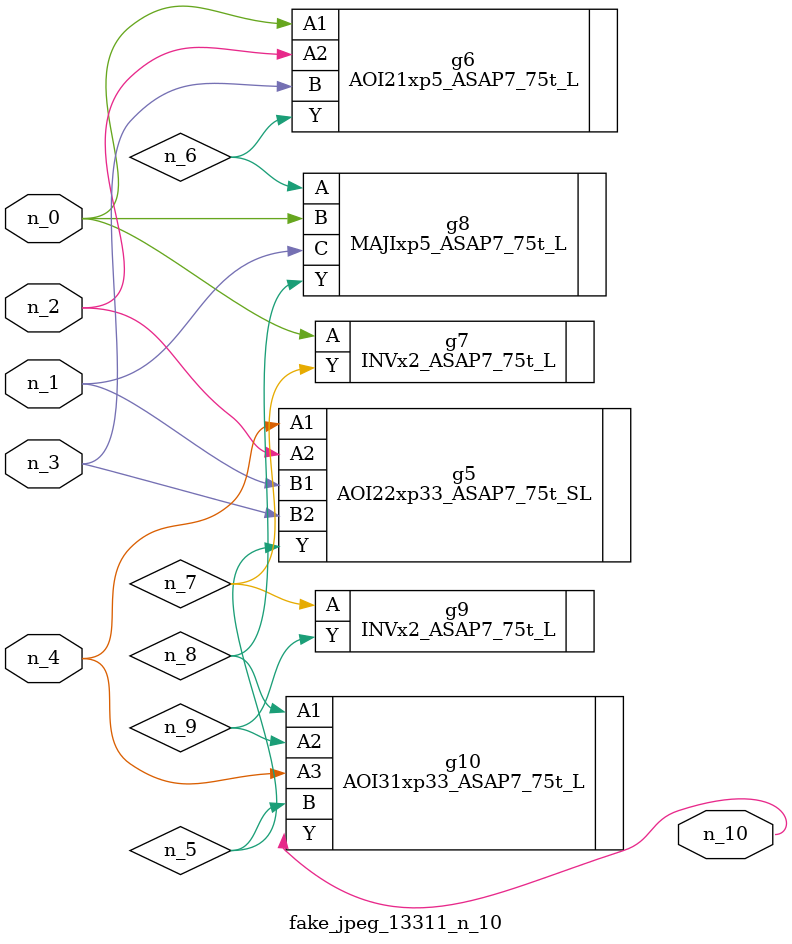
<source format=v>
module fake_jpeg_13311_n_10 (n_3, n_2, n_1, n_0, n_4, n_10);

input n_3;
input n_2;
input n_1;
input n_0;
input n_4;

output n_10;

wire n_8;
wire n_9;
wire n_6;
wire n_5;
wire n_7;

AOI22xp33_ASAP7_75t_SL g5 ( 
.A1(n_4),
.A2(n_2),
.B1(n_1),
.B2(n_3),
.Y(n_5)
);

AOI21xp5_ASAP7_75t_L g6 ( 
.A1(n_0),
.A2(n_2),
.B(n_3),
.Y(n_6)
);

INVx2_ASAP7_75t_L g7 ( 
.A(n_0),
.Y(n_7)
);

MAJIxp5_ASAP7_75t_L g8 ( 
.A(n_6),
.B(n_0),
.C(n_1),
.Y(n_8)
);

AOI31xp33_ASAP7_75t_L g10 ( 
.A1(n_8),
.A2(n_9),
.A3(n_4),
.B(n_5),
.Y(n_10)
);

INVx2_ASAP7_75t_L g9 ( 
.A(n_7),
.Y(n_9)
);


endmodule
</source>
